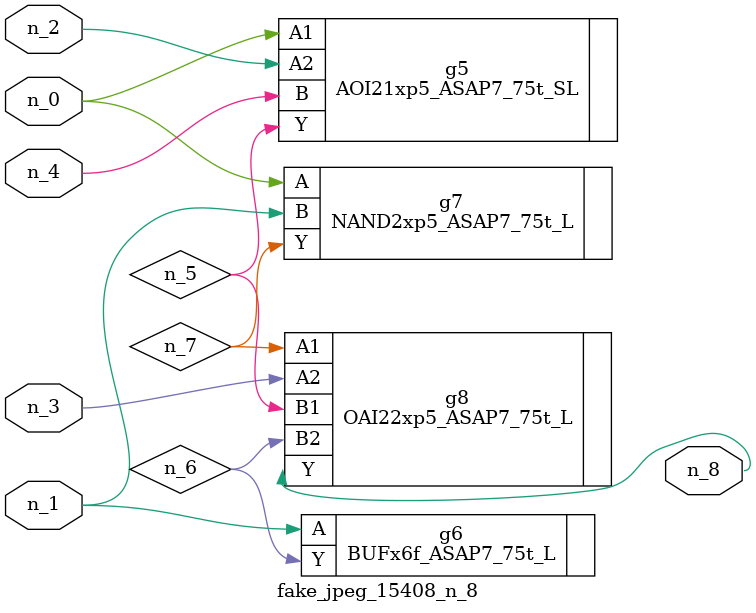
<source format=v>
module fake_jpeg_15408_n_8 (n_3, n_2, n_1, n_0, n_4, n_8);

input n_3;
input n_2;
input n_1;
input n_0;
input n_4;

output n_8;

wire n_6;
wire n_5;
wire n_7;

AOI21xp5_ASAP7_75t_SL g5 ( 
.A1(n_0),
.A2(n_2),
.B(n_4),
.Y(n_5)
);

BUFx6f_ASAP7_75t_L g6 ( 
.A(n_1),
.Y(n_6)
);

NAND2xp5_ASAP7_75t_L g7 ( 
.A(n_0),
.B(n_1),
.Y(n_7)
);

OAI22xp5_ASAP7_75t_L g8 ( 
.A1(n_7),
.A2(n_3),
.B1(n_5),
.B2(n_6),
.Y(n_8)
);


endmodule
</source>
